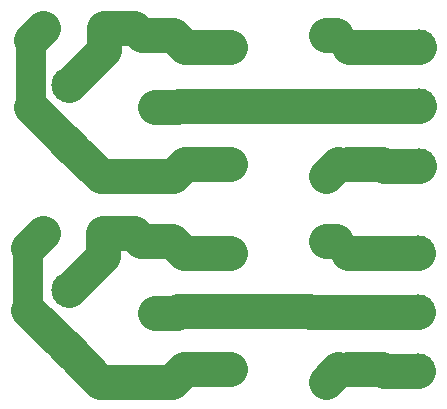
<source format=gbl>
G04 Layer_Physical_Order=2*
G04 Layer_Color=16711680*
%FSLAX43Y43*%
%MOMM*%
G71*
G01*
G75*
%ADD10C,3.000*%
%ADD11C,2.500*%
%ADD12C,0.500*%
%ADD13C,1.000*%
%ADD14C,3.000*%
%ADD15C,2.300*%
%ADD16P,2.490X8X292.5*%
%ADD17C,2.000*%
%ADD18P,3.247X8X112.5*%
%ADD19R,2.000X2.000*%
D10*
X2032Y31115D02*
X3048Y32131D01*
X2032Y25423D02*
X5230Y22225D01*
X26995Y31496D02*
X27836D01*
X28885Y30447D02*
X34821D01*
X26995Y19558D02*
X28017Y20580D01*
X8151Y30226D02*
Y32131D01*
X5230Y27305D02*
X8151Y30226D01*
X15009Y30480D02*
X18852D01*
X13993Y31496D02*
X15009Y30480D01*
X25633Y25447D02*
X34821D01*
X16402Y25530D02*
X25550D01*
X14504D02*
X16402D01*
X12517Y25400D02*
X14374D01*
X31881Y20447D02*
X34821D01*
X28852Y20580D02*
X31748D01*
X11377Y31496D02*
X13993D01*
X8151Y32131D02*
X10742D01*
X13993Y19558D02*
X15015Y20580D01*
X18852D01*
X5230Y22225D02*
X7897Y19558D01*
X13993D01*
X1778Y8255D02*
X5207Y4826D01*
X7874Y2159D02*
X13970D01*
X5207Y4826D02*
X7874Y2159D01*
X1778Y13485D02*
X3025Y14732D01*
X14992Y3181D02*
X18829D01*
X13970Y2159D02*
X14992Y3181D01*
X8128Y14732D02*
X10719D01*
X11354Y14097D02*
X13970D01*
X28829Y3181D02*
X31725D01*
X31858Y3048D02*
X34798D01*
X12494Y8001D02*
X14351D01*
X14481Y8131D02*
X16379D01*
X25527D01*
X25610Y8048D02*
X34798D01*
X13970Y14097D02*
X14986Y13081D01*
X18829D01*
X5207Y9906D02*
X8128Y12827D01*
Y14732D01*
X26972Y2159D02*
X27994Y3181D01*
X28862Y13048D02*
X34798D01*
X26972Y14097D02*
X27813D01*
D11*
X2032Y25423D02*
Y31115D01*
X1778Y8255D02*
Y13485D01*
D12*
X27836Y31496D02*
X28852Y30480D01*
X28017Y20580D02*
X28852D01*
X25550Y25530D02*
X25633Y25447D01*
X14374Y25400D02*
X14504Y25530D01*
X31748Y20580D02*
X31881Y20447D01*
X10742Y32131D02*
X11377Y31496D01*
X10719Y14732D02*
X11354Y14097D01*
X31725Y3181D02*
X31858Y3048D01*
X14351Y8001D02*
X14481Y8131D01*
X25527D02*
X25610Y8048D01*
X27994Y3181D02*
X28829D01*
X27813Y14097D02*
X28829Y13081D01*
D13*
X28852Y30480D02*
X28885Y30447D01*
X28829Y13081D02*
X28862Y13048D01*
D14*
X34821Y30447D02*
D03*
Y20447D02*
D03*
Y25447D02*
D03*
X5230Y27305D02*
D03*
X34798Y13048D02*
D03*
Y3048D02*
D03*
Y8048D02*
D03*
X5207Y9906D02*
D03*
D15*
X16402Y25530D02*
D03*
X28852Y20580D02*
D03*
Y30480D02*
D03*
X16379Y8131D02*
D03*
X28829Y3181D02*
D03*
Y13081D02*
D03*
D16*
X18852Y20580D02*
D03*
Y30480D02*
D03*
X18829Y3181D02*
D03*
Y13081D02*
D03*
D17*
X13993Y19558D02*
D03*
Y31496D02*
D03*
X26995D02*
D03*
X12517Y25400D02*
D03*
X26995Y19558D02*
D03*
X3048Y32131D02*
D03*
X13970Y2159D02*
D03*
Y14097D02*
D03*
X26972D02*
D03*
X12494Y8001D02*
D03*
X26972Y2159D02*
D03*
X3025Y14732D02*
D03*
D18*
X5230Y22225D02*
D03*
X5207Y4826D02*
D03*
D19*
X8151Y32131D02*
D03*
X8128Y14732D02*
D03*
M02*

</source>
